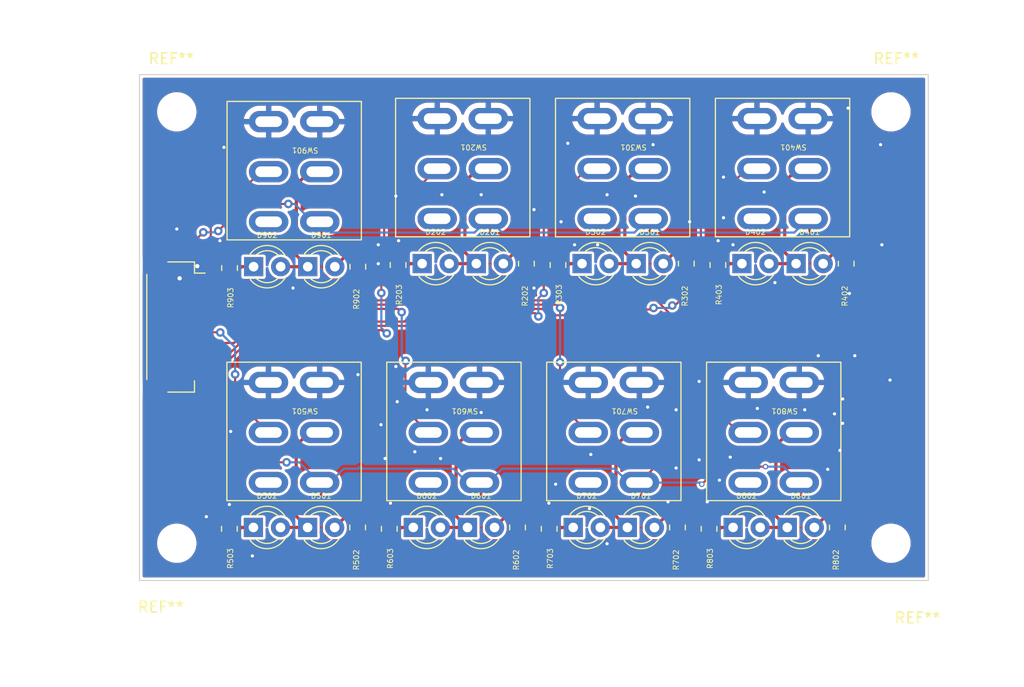
<source format=kicad_pcb>
(kicad_pcb (version 20240108) (generator "pcbnew") (generator_version "8.0")
  (layers (0 "F.Cu" signal) (31 "B.Cu" signal) (34 "B.Paste" user) (35 "F.Paste" user) (36 "B.SilkS" user "B.Silkscreen") (37 "F.SilkS" user "F.Silkscreen") (38 "B.Mask" user) (39 "F.Mask" user) (44 "Edge.Cuts" user))
  (net 0 "")
  (net 1 "+5V")
  (net 2 "GND")
  (net 3 "Net-(D201-A)")
  (net 4 "Net-(D201-K)")
  (net 5 "Net-(D202-K)")
  (net 6 "Net-(D301-A)")
  (net 7 "Net-(D301-K)")
  (net 8 "Net-(D302-K)")
  (net 9 "Net-(D401-A)")
  (net 10 "Net-(D401-K)")
  (net 11 "Net-(D402-K)")
  (net 12 "Net-(D501-A)")
  (net 13 "Net-(D501-K)")
  (net 14 "Net-(D502-K)")
  (net 15 "Net-(D601-A)")
  (net 16 "Net-(D601-K)")
  (net 17 "Net-(D602-K)")
  (net 18 "Net-(D701-A)")
  (net 19 "Net-(D701-K)")
  (net 20 "Net-(D702-K)")
  (net 21 "Net-(D801-K)")
  (net 22 "Net-(D801-A)")
  (net 23 "Net-(D802-K)")
  (net 24 "Net-(D901-K)")
  (net 25 "Net-(D901-A)")
  (net 26 "Net-(D902-K)")
  (net 27 "/switch1/pin")
  (net 28 "/switch2/pin")
  (net 29 "/switch3/pin")
  (net 30 "/switch4/pin")
  (net 31 "/switch5/pin")
  (net 40 "/switch6/pin")
  (net 41 "/switch7/pin")
  (net 42 "/switch8/pin")
  (footprint "custom_kicad_lib_sk:R_0805_handsolder-smalltext" (layer "F.Cu") (at 124.761 78.378 90)
    (property "Reference" "R203")
    (property "Value" "3k3")
  )
  (footprint "LED_THT:LED_D3.0mm" (layer "F.Cu") (at 157.018 78.249)
    (property "Reference" "D402")
    (property "Value" "LED")
  )
  (footprint "LED_THT:LED_D3.0mm" (layer "F.Cu") (at 161.27 103.019)
    (property "Reference" "D801")
    (property "Value" "LED")
  )
  (footprint "custom_kicad_lib_sk:R_0805_handsolder-smalltext" (layer "F.Cu") (at 123.933 103.146 90)
    (property "Reference" "R603")
    (property "Value" "3k3")
  )
  (footprint "LED_THT:LED_D3.0mm" (layer "F.Cu") (at 146.27 103.019)
    (property "Reference" "D701")
    (property "Value" "LED")
  )
  (footprint "LED_THT:LED_D3.0mm" (layer "F.Cu") (at 116.286 78.539)
    (property "Reference" "D901")
    (property "Value" "LED")
  )
  (footprint "LED_THT:LED_D3.0mm" (layer "F.Cu") (at 147.098 78.251)
    (property "Reference" "D301")
    (property "Value" "LED")
  )
  (footprint "MountingHole:MountingHole_3.2mm_M3" (layer "F.Cu") (at 104 64)
    (property "Reference" "REF**")
    (property "Value" "MountingHole_3.2mm_M3")
  )
  (footprint "custom_kicad_lib_sk:R_0805_handsolder-smalltext" (layer "F.Cu") (at 108.933 103.146 90)
    (property "Reference" "R503")
    (property "Value" "3k3")
  )
  (footprint "LED_THT:LED_D3.0mm" (layer "F.Cu") (at 111.206 78.537)
    (property "Reference" "D902")
    (property "Value" "LED")
  )
  (footprint "custom_kicad_lib_sk:R_0805_handsolder-smalltext" (layer "F.Cu") (at 151.797 78.249 90)
    (property "Reference" "R302")
    (property "Value" "3k3")
  )
  (footprint "custom_kicad_lib_sk:MTS_DPDT" (layer "F.Cu") (at 146.428 65.332 90)
    (property "Reference" "SW301")
    (property "Value" "SW_DPDT_x2")
  )
  (footprint "custom_kicad_lib_sk:R_0805_handsolder-smalltext" (layer "F.Cu") (at 108.949 78.666 90)
    (property "Reference" "R903")
    (property "Value" "3k3")
  )
  (footprint "LED_THT:LED_D3.0mm" (layer "F.Cu") (at 127.018 78.249)
    (property "Reference" "D202")
    (property "Value" "LED")
  )
  (footprint "custom_kicad_lib_sk:R_0805_handsolder-smalltext" (layer "F.Cu") (at 120.985 78.537 90)
    (property "Reference" "R902")
    (property "Value" "3k3")
  )
  (footprint "custom_kicad_lib_sk:MTS_DPDT" (layer "F.Cu") (at 130.6 90.1 90)
    (property "Reference" "SW601")
    (property "Value" "SW_DPDT_x2")
  )
  (footprint "LED_THT:LED_D3.0mm" (layer "F.Cu") (at 126.19 103.017)
    (property "Reference" "D602")
    (property "Value" "LED")
  )
  (footprint "LED_THT:LED_D3.0mm" (layer "F.Cu") (at 131.27 103.019)
    (property "Reference" "D601")
    (property "Value" "LED")
  )
  (footprint "LED_THT:LED_D3.0mm" (layer "F.Cu") (at 141.19 103.017)
    (property "Reference" "D702")
    (property "Value" "LED")
  )
  (footprint "custom_kicad_lib_sk:MTS_DPDT" (layer "F.Cu") (at 160.6 90.1 90)
    (property "Reference" "SW801")
    (property "Value" "SW_DPDT_x2")
  )
  (footprint "custom_kicad_lib_sk:MTS_DPDT" (layer "F.Cu") (at 161.428 65.332 90)
    (property "Reference" "SW401")
    (property "Value" "SW_DPDT_x2")
  )
  (footprint "custom_kicad_lib_sk:R_0805_handsolder-smalltext" (layer "F.Cu") (at 153.933 103.146 90)
    (property "Reference" "R803")
    (property "Value" "3k3")
  )
  (footprint "custom_kicad_lib_sk:R_0805_handsolder-smalltext" (layer "F.Cu") (at 138.933 103.146 90)
    (property "Reference" "R703")
    (property "Value" "3k3")
  )
  (footprint "MountingHole:MountingHole_3.2mm_M3" (layer "F.Cu") (at 171 64)
    (property "Reference" "REF**")
    (property "Value" "MountingHole_3.2mm_M3")
  )
  (footprint "custom_kicad_lib_sk:MTS_DPDT" (layer "F.Cu") (at 115.616 65.62 90)
    (property "Reference" "SW901")
    (property "Value" "SW_DPDT_x2")
  )
  (footprint "LED_THT:LED_D3.0mm" (layer "F.Cu") (at 162.098 78.251)
    (property "Reference" "D401")
    (property "Value" "LED")
  )
  (footprint "Connector_JST:JST_SH_SM10B-SRSS-TB_1x10-1MP_P1.00mm_Horizontal" (layer "F.Cu") (at 103.875 84.2 -90)
    (property "Reference" "J101" (hide yes))
    (property "Value" "Conn_01x10_Pin")
  )
  (footprint "custom_kicad_lib_sk:MTS_DPDT" (layer "F.Cu") (at 131.428 65.332 90)
    (property "Reference" "SW201")
    (property "Value" "SW_DPDT_x2")
  )
  (footprint "custom_kicad_lib_sk:R_0805_handsolder-smalltext" (layer "F.Cu") (at 150.969 103.017 90)
    (property "Reference" "R702")
    (property "Value" "3k3")
  )
  (footprint "custom_kicad_lib_sk:R_0805_handsolder-smalltext" (layer "F.Cu") (at 120.969 103.017 90)
    (property "Reference" "R502")
    (property "Value" "3k3")
  )
  (footprint "LED_THT:LED_D3.0mm" (layer "F.Cu") (at 116.27 103.019)
    (property "Reference" "D501")
    (property "Value" "LED")
  )
  (footprint "LED_THT:LED_D3.0mm" (layer "F.Cu") (at 142.018 78.249)
    (property "Reference" "D302")
    (property "Value" "LED")
  )
  (footprint "custom_kicad_lib_sk:R_0805_handsolder-smalltext" (layer "F.Cu") (at 166.797 78.249 90)
    (property "Reference" "R402")
    (property "Value" "3k3")
  )
  (footprint "custom_kicad_lib_sk:R_0805_handsolder-smalltext" (layer "F.Cu") (at 135.969 103.017 90)
    (property "Reference" "R602")
    (property "Value" "3k3")
  )
  (footprint "LED_THT:LED_D3.0mm" (layer "F.Cu") (at 132.098 78.251)
    (property "Reference" "D201")
    (property "Value" "LED")
  )
  (footprint "custom_kicad_lib_sk:R_0805_handsolder-smalltext" (layer "F.Cu") (at 154.761 78.378 90)
    (property "Reference" "R403")
    (property "Value" "3k3")
  )
  (footprint "custom_kicad_lib_sk:MTS_DPDT" (layer "F.Cu") (at 115.6 90.1 90)
    (property "Reference" "SW501")
    (property "Value" "SW_DPDT_x2")
  )
  (footprint "custom_kicad_lib_sk:MTS_DPDT" (layer "F.Cu") (at 145.6 90.1 90)
    (property "Reference" "SW701")
    (property "Value" "SW_DPDT_x2")
  )
  (footprint "custom_kicad_lib_sk:R_0805_handsolder-smalltext" (layer "F.Cu") (at 165.969 103.017 90)
    (property "Reference" "R802")
    (property "Value" "3k3")
  )
  (footprint "MountingHole:MountingHole_3.2mm_M3" (layer "F.Cu") (at 171 104.5)
    (property "Reference" "REF**")
    (property "Value" "MountingHole_3.2mm_M3")
  )
  (footprint "LED_THT:LED_D3.0mm" (layer "F.Cu") (at 111.19 103.017)
    (property "Reference" "D502")
    (property "Value" "LED")
  )
  (footprint "LED_THT:LED_D3.0mm" (layer "F.Cu") (at 156.19 103.017)
    (property "Reference" "D802")
    (property "Value" "LED")
  )
  (footprint "MountingHole:MountingHole_3.2mm_M3" (layer "F.Cu") (at 104 104.5)
    (property "Reference" "REF**")
    (property "Value" "MountingHole_3.2mm_M3")
  )
  (footprint "custom_kicad_lib_sk:R_0805_handsolder-smalltext" (layer "F.Cu") (at 139.761 78.378 90)
    (property "Reference" "R303")
    (property "Value" "3k3")
  )
  (footprint "custom_kicad_lib_sk:R_0805_handsolder-smalltext" (layer "F.Cu") (at 136.797 78.249 90)
    (property "Reference" "R202")
    (property "Value" "3k3")
  )
  (gr_rect (start 100.5 60.5) (end 174.5 108) (stroke (width 0.1)) (fill none) (layer "Edge.Cuts"))
  (segment (start 163.388 78.768767) (end 163.388 74.192) (width 0.3) (layer "F.Cu") (net 1))
  (segment (start 147.4 98.8) (end 149.573 96.627) (width 0.2) (layer "F.Cu") (net 1))
  (segment (start 117.576 79.056767) (end 117.576 74.48) (width 0.3) (layer "F.Cu") (net 1))
  (segment (start 118.292233 104.269) (end 117.56 103.536767) (width 0.3) (layer "F.Cu") (net 1))
  (segment (start 154.907 97.307) (end 153.256 98.958) (width 0.2) (layer "F.Cu") (net 1))
  (segment (start 163.292233 104.269) (end 162.56 103.536767) (width 0.3) (layer "F.Cu") (net 1))
  (segment (start 112.649 96.901) (end 114.3 96.901) (width 0.2) (layer "F.Cu") (net 1))
  (segment (start 136.545 79.501) (end 134.120233 79.501) (width 0.3) (layer "F.Cu") (net 1))
  (segment (start 147.56 103.536767) (end 147.56 98.96) (width 0.3) (layer "F.Cu") (net 1))
  (segment (start 105.875 88.7) (end 104.448 88.7) (width 0.2) (layer "F.Cu") (net 1))
  (segment (start 118.308233 79.789) (end 117.576 79.056767) (width 0.3) (layer "F.Cu") (net 1))
  (segment (start 132.56 103.536767) (end 132.56 98.96) (width 0.3) (layer "F.Cu") (net 1))
  (segment (start 159.225 97.307) (end 154.907 97.307) (width 0.2) (layer "F.Cu") (net 1))
  (segment (start 105.875 88.7) (end 109.61 92.435) (width 0.2) (layer "F.Cu") (net 1))
  (segment (start 109.61 92.435) (end 109.61 93.862) (width 0.2) (layer "F.Cu") (net 1))
  (segment (start 162.56 103.536767) (end 162.56 98.96) (width 0.3) (layer "F.Cu") (net 1))
  (segment (start 148.292233 104.269) (end 147.56 103.536767) (width 0.3) (layer "F.Cu") (net 1))
  (segment (start 103.505 87.757) (end 103.505 78.294) (width 0.2) (layer "F.Cu") (net 1))
  (segment (start 104.448 88.7) (end 103.505 87.757) (width 0.2) (layer "F.Cu") (net 1))
  (segment (start 135.717 104.269) (end 133.292233 104.269) (width 0.3) (layer "F.Cu") (net 1))
  (segment (start 117.56 103.536767) (end 117.56 98.96) (width 0.3) (layer "F.Cu") (net 1))
  (segment (start 149.120233 79.501) (end 148.388 78.768767) (width 0.3) (layer "F.Cu") (net 1))
  (segment (start 110.428 72.644) (end 114.466 72.644) (width 0.2) (layer "F.Cu") (net 1))
  (segment (start 148.388 78.768767) (end 148.388 74.192) (width 0.3) (layer "F.Cu") (net 1))
  (segment (start 120.733 79.789) (end 118.308233 79.789) (width 0.3) (layer "F.Cu") (net 1))
  (segment (start 165.717 104.269) (end 163.292233 104.269) (width 0.3) (layer "F.Cu") (net 1))
  (segment (start 109.61 93.862) (end 112.649 96.901) (width 0.2) (layer "F.Cu") (net 1))
  (segment (start 134.120233 79.501) (end 133.388 78.768767) (width 0.3) (layer "F.Cu") (net 1))
  (segment (start 166.545 79.501) (end 164.120233 79.501) (width 0.3) (layer "F.Cu") (net 1))
  (segment (start 120.717 104.269) (end 118.292233 104.269) (width 0.3) (layer "F.Cu") (net 1))
  (segment (start 151.545 79.501) (end 149.120233 79.501) (width 0.3) (layer "F.Cu") (net 1))
  (segment (start 133.292233 104.269) (end 132.56 103.536767) (width 0.3) (layer "F.Cu") (net 1))
  (segment (start 133.388 78.768767) (end 133.388 74.192) (width 0.3) (layer "F.Cu") (net 1))
  (segment (start 103.505 78.294) (end 106.488 75.311) (width 0.2) (layer "F.Cu") (net 1))
  (segment (start 164.120233 79.501) (end 163.388 78.768767) (width 0.3) (layer "F.Cu") (net 1))
  (segment (start 107.888 75.184) (end 110.428 72.644) (width 0.2) (layer "F.Cu") (net 1))
  (segment (start 150.717 104.269) (end 148.292233 104.269) (width 0.3) (layer "F.Cu") (net 1))
  (via (at 153.256 98.958) (size 0.5) (drill 0.3) (layers "F.Cu" "B.Cu") (net 1))
  (via (at 114.466 72.644) (size 0.8) (drill 0.4) (layers "F.Cu" "B.Cu") (net 1))
  (via (at 159.225 97.307) (size 0.5) (drill 0.3) (layers "F.Cu" "B.Cu") (net 1))
  (via (at 114.3 96.901) (size 0.8) (drill 0.4) (layers "F.Cu" "B.Cu") (net 1))
  (via (at 107.888 75.184) (size 0.8) (drill 0.4) (layers "F.Cu" "B.Cu") (net 1))
  (via (at 106.488 75.311) (size 0.8) (drill 0.4) (layers "F.Cu" "B.Cu") (net 1))
  (segment (start 114.3 96.901) (end 115.501 96.901) (width 0.2) (layer "B.Cu") (net 1))
  (segment (start 129.954 97.5) (end 121.506 97.5) (width 0.2) (layer "B.Cu") (net 1))
  (segment (start 133.228 74.032) (end 131.928 75.332) (width 0.2) (layer "B.Cu") (net 1))
  (segment (start 115.062 72.644) (end 116.738 74.32) (width 0.2) (layer "B.Cu") (net 1))
  (segment (start 146.367 98.8) (end 145.067 97.5) (width 0.2) (layer "B.Cu") (net 1))
  (segment (start 115.501 96.901) (end 117.4 98.8) (width 0.2) (layer "B.Cu") (net 1))
  (segment (start 146.928 75.332) (end 134.528 75.332) (width 0.2) (layer "B.Cu") (net 1))
  (segment (start 120.998 97.5) (end 119.662 97.5) (width 0.2) (layer "B.Cu") (net 1))
  (segment (start 161.928 75.332) (end 149.528 75.332) (width 0.2) (layer "B.Cu") (net 1))
  (segment (start 145.067 97.5) (end 134.521 97.5) (width 0.2) (layer "B.Cu") (net 1))
  (segment (start 162.4 98.8) (end 160.907 97.307) (width 0.2) (layer "B.Cu") (net 1))
  (segment (start 121.252 97.5) (end 120.998 97.5) (width 0.2) (layer "B.Cu") (net 1))
  (segment (start 134.528 75.332) (end 133.228 74.032) (width 0.2) (layer "B.Cu") (net 1))
  (segment (start 131.254 98.8) (end 129.954 97.5) (width 0.2) (layer "B.Cu") (net 1))
  (segment (start 121.252 97.307) (end 121.191 97.307) (width 0.2) (layer "B.Cu") (net 1))
  (segment (start 121.506 97.5) (end 121.445 97.5) (width 0.2) (layer "B.Cu") (net 1))
  (segment (start 107.761 75.311) (end 107.888 75.184) (width 0.2) (layer "B.Cu") (net 1))
  (segment (start 106.488 75.311) (end 107.761 75.311) (width 0.2) (layer "B.Cu") (net 1))
  (segment (start 121.506 97.5) (end 121.252 97.5) (width 0.2) (layer "B.Cu") (net 1))
  (segment (start 119.662 97.5) (end 118.204 98.958) (width 0.2) (layer "B.Cu") (net 1))
  (segment (start 121.191 97.307) (end 120.998 97.5) (width 0.2) (layer "B.Cu") (net 1))
  (segment (start 153.256 98.958) (end 153.098 98.8) (width 0.2) (layer "B.Cu") (net 1))
  (segment (start 121.252 97.307) (end 121.252 97.5) (width 0.2) (layer "B.Cu") (net 1))
  (segment (start 148.228 74.032) (end 146.928 75.332) (width 0.2) (layer "B.Cu") (net 1))
  (segment (start 121.445 97.5) (end 121.252 97.307) (width 0.2) (layer "B.Cu") (net 1))
  (segment (start 163.228 74.032) (end 161.928 75.332) (width 0.2) (layer "B.Cu") (net 1))
  (segment (start 116.738 74.32) (end 117.416 74.32) (width 0.2) (layer "B.Cu") (net 1))
  (segment (start 160.907 97.307) (end 159.225 97.307) (width 0.2) (layer "B.Cu") (net 1))
  (segment (start 118.428 75.332) (end 117.416 74.32) (width 0.2) (layer "B.Cu") (net 1))
  (segment (start 149.528 75.332) (end 148.228 74.032) (width 0.2) (layer "B.Cu") (net 1))
  (segment (start 114.466 72.644) (end 115.062 72.644) (width 0.2) (layer "B.Cu") (net 1))
  (segment (start 131.928 75.332) (end 118.428 75.332) (width 0.2) (layer "B.Cu") (net 1))
  (segment (start 134.521 97.5) (end 133.221 98.8) (width 0.2) (layer "B.Cu") (net 1))
  (segment (start 153.098 98.8) (end 147.4 98.8) (width 0.2) (layer "B.Cu") (net 1))
  (via (at 122.903 78.257) (size 0.5) (drill 0.3) (layers "F.Cu" "B.Cu") (net 2))
  (via (at 104 75) (size 0.5) (drill 0.3) (layers "F.Cu" "B.Cu") (net 2))
  (via (at 127.475 91.973) (size 0.5) (drill 0.3) (layers "F.Cu" "B.Cu") (net 2))
  (via (at 166.21 95.783) (size 0.5) (drill 0.3) (layers "F.Cu" "B.Cu") (net 2))
  (via (at 144.366 71.78) (size 0.5) (drill 0.3) (layers "F.Cu" "B.Cu") (net 2))
  (via (at 170.02 67.081) (size 0.5) (drill 0.3) (layers "F.Cu" "B.Cu") (net 2))
  (via (at 140.048 74.32) (size 0.5) (drill 0.3) (layers "F.Cu" "B.Cu") (net 2))
  (via (at 154.78 76.098) (size 0.5) (drill 0.3) (layers "F.Cu" "B.Cu") (net 2))
  (via (at 111.092 105.689) (size 0.5) (drill 0.3) (layers "F.Cu" "B.Cu") (net 2))
  (via (at 142.715 101.244) (size 0.5) (drill 0.3) (layers "F.Cu" "B.Cu") (net 2))
  (via (at 126.332 95.91) (size 0.5) (drill 0.3) (layers "F.Cu" "B.Cu") (net 2))
  (via (at 153.002 89.306) (size 0.5) (drill 0.3) (layers "F.Cu" "B.Cu") (net 2))
  (via (at 159.098 71.526) (size 0.5) (drill 0.3) (layers "F.Cu" "B.Cu") (net 2))
  (via (at 148.684 67.081) (size 0.5) (drill 0.3) (layers "F.Cu" "B.Cu") (net 2))
  (via (at 141.318 76.479) (size 0.5) (drill 0.3) (layers "F.Cu" "B.Cu") (net 2))
  (via (at 138.905 100.736) (size 0.5) (drill 0.3) (layers "F.Cu" "B.Cu") (net 2))
  (via (at 137.508 80.543) (size 0.5) (drill 0.3) (layers "F.Cu" "B.Cu") (net 2))
  (via (at 123.157 93.37) (size 0.5) (drill 0.3) (layers "F.Cu" "B.Cu") (net 2))
  (via (at 122.903 76.479) (size 0.5) (drill 0.3) (layers "F.Cu" "B.Cu") (net 2))
  (via (at 124.554 87.909) (size 0.5) (drill 0.3) (layers "F.Cu" "B.Cu") (net 2))
  (via (at 120.998 88.671) (size 0.5) (drill 0.3) (layers "F.Cu" "B.Cu") (net 2))
  (via (at 143.477 76.479) (size 0.5) (drill 0.3) (layers "F.Cu" "B.Cu") (net 2))
  (via (at 142.842 96.164) (size 0.5) (drill 0.3) (layers "F.Cu" "B.Cu") (net 2))
  (via (at 162.908 91.973) (size 0.5) (drill 0.3) (layers "F.Cu" "B.Cu") (net 2))
  (via (at 140.683 66.954) (size 0.5) (drill 0.3) (layers "F.Cu" "B.Cu") (net 2))
  (via (at 123.538 96.545) (size 0.5) (drill 0.3) (layers "F.Cu" "B.Cu") (net 2))
  (via (at 155.288 73.939) (size 0.5) (drill 0.3) (layers "F.Cu" "B.Cu") (net 2))
  (via (at 150.081 100.609) (size 0.5) (drill 0.3) (layers "F.Cu" "B.Cu") (net 2))
  (via (at 104.267 79.629) (size 0.8) (drill 0.4) (layers "F.Cu" "B.Cu") (net 2))
  (via (at 132.555 71.78) (size 0.5) (drill 0.3) (layers "F.Cu" "B.Cu") (net 2))
  (via (at 128.872 71.78) (size 0.5) (drill 0.3) (layers "F.Cu" "B.Cu") (net 2))
  (via (at 132.555 92.227) (size 0.5) (drill 0.3) (layers "F.Cu" "B.Cu") (net 2))
  (via (at 164.178 86.893) (size 0.5) (drill 0.3) (layers "F.Cu" "B.Cu") (net 2))
  (via (at 124.046 100.736) (size 0.5) (drill 0.3) (layers "F.Cu" "B.Cu") (net 2))
  (via (at 153.002 96.672) (size 0.5) (drill 0.3) (layers "F.Cu" "B.Cu") (net 2))
  (via (at 124.554 71.907) (size 0.5) (drill 0.3) (layers "F.Cu" "B.Cu") (net 2))
  (via (at 155.923 96.418) (size 0.5) (drill 0.3) (layers "F.Cu" "B.Cu") (net 2))
  (via (at 128.745 96.545) (size 0.5) (drill 0.3) (layers "F.Cu" "B.Cu") (net 2))
  (via (at 114.902 80.543) (size 0.5) (drill 0.3) (layers "F.Cu" "B.Cu") (net 2))
  (via (at 155.288 70.129) (size 0.5) (drill 0.3) (layers "F.Cu" "B.Cu") (net 2))
  (via (at 170.909 89.179) (size 0.5) (drill 0.3) (layers "F.Cu" "B.Cu") (net 2))
  (via (at 139.54 98.958) (size 0.5) (drill 0.3) (layers "F.Cu" "B.Cu") (net 2))
  (via (at 124.808 76.098) (size 0.5) (drill 0.3) (layers "F.Cu" "B.Cu") (net 2))
  (via (at 165.702 92.354) (size 0.5) (drill 0.3) (layers "F.Cu" "B.Cu") (net 2))
  (via (at 160.114 80.035) (size 0.5) (drill 0.3) (layers "F.Cu" "B.Cu") (net 2))
  (via (at 108.044 76.098) (size 0.5) (drill 0.3) (layers "F.Cu" "B.Cu") (net 2))
  (via (at 109.06 94.005) (size 0.5) (drill 0.3) (layers "F.Cu" "B.Cu") (net 2))
  (via (at 166.464 93.243) (size 0.5) (drill 0.3) (layers "F.Cu" "B.Cu") (net 2))
  (via (at 106.774 102.006) (size 0.5) (drill 0.3) (layers "F.Cu" "B.Cu") (net 2))
  (via (at 167.607 86.893) (size 0.5) (drill 0.3) (layers "F.Cu" "B.Cu") (net 2))
  (via (at 165.067 97.561) (size 0.5) (drill 0.3) (layers "F.Cu" "B.Cu") (net 2))
  (via (at 167.099 81.051) (size 0.5) (drill 0.3) (layers "F.Cu" "B.Cu") (net 2))
  (via (at 150.843 91.973) (size 0.5) (drill 0.3) (layers "F.Cu" "B.Cu") (net 2))
  (via (at 147.033 71.907) (size 0.5) (drill 0.3) (layers "F.Cu" "B.Cu") (net 2))
  (via (at 137.508 73.177) (size 0.5) (drill 0.3) (layers "F.Cu" "B.Cu") (net 2))
  (via (at 166.972 63.652) (size 0.5) (drill 0.3) (layers "F.Cu" "B.Cu") (net 2))
  (via (at 108.425 67.335) (size 0.5) (drill 0.3) (layers "F.Cu" "B.Cu") (net 2))
  (via (at 154.907 98.577) (size 0.5) (drill 0.3) (layers "F.Cu" "B.Cu") (net 2))
  (via (at 150.843 97.434) (size 0.5) (drill 0.3) (layers "F.Cu" "B.Cu") (net 2))
  (via (at 105.918 78.486) (size 0.8) (drill 0.4) (layers "F.Cu" "B.Cu") (net 2))
  (via (at 153.764 100.609) (size 0.5) (drill 0.3) (layers "F.Cu" "B.Cu") (net 2))
  (via (at 156.177 76.479) (size 0.5) (drill 0.3) (layers "F.Cu" "B.Cu") (net 2))
  (via (at 170.147 76.479) (size 0.5) (drill 0.3) (layers "F.Cu" "B.Cu") (net 2))
  (via (at 166.464 90.957) (size 0.5) (drill 0.3) (layers "F.Cu" "B.Cu") (net 2))
  (via (at 158.463 91.846) (size 0.5) (drill 0.3) (layers "F.Cu" "B.Cu") (net 2))
  (via (at 148.176 91.719) (size 0.5) (drill 0.3) (layers "F.Cu" "B.Cu") (net 2))
  (via (at 124.681 91.211) (size 0.5) (drill 0.3) (layers "F.Cu" "B.Cu") (net 2))
  (via (at 108.933 100.863) (size 0.5) (drill 0.3) (layers "F.Cu" "B.Cu") (net 2))
  (via (at 144.366 104.546) (size 0.5) (drill 0.3) (layers "F.Cu" "B.Cu") (net 2))
  (via (at 152.113 74.32) (size 0.5) (drill 0.3) (layers "F.Cu" "B.Cu") (net 2))
  (segment (start 135.64 77.249) (end 134.638 78.251) (width 0.3) (layer "F.Cu") (net 3))
  (segment (start 136.797 77.249) (end 135.64 77.249) (width 0.3) (layer "F.Cu") (net 3))
  (segment (start 132.098 78.251) (end 131.028 77.181) (width 0.3) (layer "F.Cu") (net 4))
  (segment (start 131.028 70.556) (end 132.252 69.332) (width 0.3) (layer "F.Cu") (net 4))
  (segment (start 131.028 77.181) (end 131.028 70.556) (width 0.3) (layer "F.Cu") (net 4))
  (segment (start 129.558 78.249) (end 132.096 78.249) (width 0.3) (layer "F.Cu") (net 4))
  (segment (start 125.89 78.249) (end 124.761 79.378) (width 0.3) (layer "F.Cu") (net 5))
  (segment (start 127.018 78.249) (end 125.89 78.249) (width 0.3) (layer "F.Cu") (net 5))
  (segment (start 151.797 77.249) (end 150.64 77.249) (width 0.3) (layer "F.Cu") (net 6))
  (segment (start 150.64 77.249) (end 149.638 78.251) (width 0.3) (layer "F.Cu") (net 6))
  (segment (start 146.028 70.556) (end 147.252 69.332) (width 0.3) (layer "F.Cu") (net 7))
  (segment (start 147.098 78.251) (end 146.028 77.181) (width 0.3) (layer "F.Cu") (net 7))
  (segment (start 144.558 78.249) (end 147.096 78.249) (width 0.3) (layer "F.Cu") (net 7))
  (segment (start 146.028 77.181) (end 146.028 70.556) (width 0.3) (layer "F.Cu") (net 7))
  (segment (start 140.89 78.249) (end 139.761 79.378) (width 0.3) (layer "F.Cu") (net 8))
  (segment (start 142.018 78.249) (end 140.89 78.249) (width 0.3) (layer "F.Cu") (net 8))
  (segment (start 166.797 77.249) (end 165.64 77.249) (width 0.3) (layer "F.Cu") (net 9))
  (segment (start 165.64 77.249) (end 164.638 78.251) (width 0.3) (layer "F.Cu") (net 9))
  (segment (start 162.098 78.251) (end 161.028 77.181) (width 0.3) (layer "F.Cu") (net 10))
  (segment (start 159.558 78.249) (end 162.096 78.249) (width 0.3) (layer "F.Cu") (net 10))
  (segment (start 161.028 77.181) (end 161.028 70.556) (width 0.3) (layer "F.Cu") (net 10))
  (segment (start 161.028 70.556) (end 162.252 69.332) (width 0.3) (layer "F.Cu") (net 10))
  (segment (start 157.018 78.249) (end 155.89 78.249) (width 0.3) (layer "F.Cu") (net 11))
  (segment (start 155.89 78.249) (end 154.761 79.378) (width 0.3) (layer "F.Cu") (net 11))
  (segment (start 120.969 102.017) (end 119.812 102.017) (width 0.3) (layer "F.Cu") (net 12))
  (segment (start 119.812 102.017) (end 118.81 103.019) (width 0.3) (layer "F.Cu") (net 12))
  (segment (start 115.2 95.324) (end 116.424 94.1) (width 0.3) (layer "F.Cu") (net 13))
  (segment (start 116.27 103.019) (end 115.2 101.949) (width 0.3) (layer "F.Cu") (net 13))
  (segment (start 115.2 101.949) (end 115.2 95.324) (width 0.3) (layer "F.Cu") (net 13))
  (segment (start 113.73 103.017) (end 116.268 103.017) (width 0.3) (layer "F.Cu") (net 13))
  (segment (start 110.062 103.017) (end 108.933 104.146) (width 0.3) (layer "F.Cu") (net 14))
  (segment (start 111.19 103.017) (end 110.062 103.017) (width 0.3) (layer "F.Cu") (net 14))
  (segment (start 135.969 102.017) (end 134.812 102.017) (width 0.3) (layer "F.Cu") (net 15))
  (segment (start 134.812 102.017) (end 133.81 103.019) (width 0.3) (layer "F.Cu") (net 15))
  (segment (start 131.27 103.019) (end 130.2 101.949) (width 0.3) (layer "F.Cu") (net 16))
  (segment (start 128.73 103.017) (end 131.268 103.017) (width 0.3) (layer "F.Cu") (net 16))
  (segment (start 130.2 101.949) (end 130.2 95.324) (width 0.3) (layer "F.Cu") (net 16))
  (segment (start 130.2 95.324) (end 131.424 94.1) (width 0.3) (layer "F.Cu") (net 16))
  (segment (start 125.062 103.017) (end 123.933 104.146) (width 0.3) (layer "F.Cu") (net 17))
  (segment (start 126.19 103.017) (end 125.062 103.017) (width 0.3) (layer "F.Cu") (net 17))
  (segment (start 150.969 102.017) (end 149.812 102.017) (width 0.3) (layer "F.Cu") (net 18))
  (segment (start 149.812 102.017) (end 148.81 103.019) (width 0.3) (layer "F.Cu") (net 18))
  (segment (start 146.27 103.019) (end 145.2 101.949) (width 0.3) (layer "F.Cu") (net 19))
  (segment (start 145.2 101.949) (end 145.2 95.324) (width 0.3) (layer "F.Cu") (net 19))
  (segment (start 145.2 95.324) (end 146.424 94.1) (width 0.3) (layer "F.Cu") (net 19))
  (segment (start 143.73 103.017) (end 146.268 103.017) (width 0.3) (layer "F.Cu") (net 19))
  (segment (start 140.062 103.017) (end 138.933 104.146) (width 0.3) (layer "F.Cu") (net 20))
  (segment (start 141.19 103.017) (end 140.062 103.017) (width 0.3) (layer "F.Cu") (net 20))
  (segment (start 160.2 101.949) (end 160.2 95.324) (width 0.3) (layer "F.Cu") (net 21))
  (segment (start 158.73 103.017) (end 161.268 103.017) (width 0.3) (layer "F.Cu") (net 21))
  (segment (start 161.27 103.019) (end 160.2 101.949) (width 0.3) (layer "F.Cu") (net 21))
  (segment (start 160.2 95.324) (end 161.424 94.1) (width 0.3) (layer "F.Cu") (net 21))
  (segment (start 164.812 102.017) (end 163.81 103.019) (width 0.3) (layer "F.Cu") (net 22))
  (segment (start 165.969 102.017) (end 164.812 102.017) (width 0.3) (layer "F.Cu") (net 22))
  (segment (start 155.062 103.017) (end 153.933 104.146) (width 0.3) (layer "F.Cu") (net 23))
  (segment (start 156.19 103.017) (end 155.062 103.017) (width 0.3) (layer "F.Cu") (net 23))
  (segment (start 113.746 78.537) (end 116.284 78.537) (width 0.3) (layer "F.Cu") (net 24))
  (segment (start 115.216 77.469) (end 115.216 70.844) (width 0.3) (layer "F.Cu") (net 24))
  (segment (start 115.216 70.844) (end 116.44 69.62) (width 0.3) (layer "F.Cu") (net 24))
  (segment (start 116.286 78.539) (end 115.216 77.469) (width 0.3) (layer "F.Cu") (net 24))
  (segment (start 119.828 77.537) (end 118.826 78.539) (width 0.3) (layer "F.Cu") (net 25))
  (segment (start 120.985 77.537) (end 119.828 77.537) (width 0.3) (layer "F.Cu") (net 25))
  (segment (start 110.078 78.537) (end 108.949 79.666) (width 0.3) (layer "F.Cu") (net 26))
  (segment (start 111.206 78.537) (end 110.078 78.537) (width 0.3) (layer "F.Cu") (net 26))
  (segment (start 105.875 87.7) (end 108.503371 87.7) (width 0.2) (layer "F.Cu") (net 27))
  (segment (start 123.19 81) (end 123.19 80.137) (width 0.2) (layer "F.Cu") (net 27))
  (segment (start 123.453 74.307) (end 128.428 69.332) (width 0.2) (layer "F.Cu") (net 27))
  (segment (start 123.487 84.582) (end 123.698 84.793) (width 0.2) (layer "F.Cu") (net 27))
  (segment (start 123.19 80.137) (end 123.453 79.874) (width 0.2) (layer "F.Cu") (net 27))
  (segment (start 123.453 79.874) (end 123.453 74.307) (width 0.2) (layer "F.Cu") (net 27))
  (segment (start 123.228 84.493) (end 123.317 84.582) (width 0.2) (layer "F.Cu") (net 27))
  (segment (start 108.503371 87.7) (end 109.337686 86.865685) (width 0.2) (layer "F.Cu") (net 27))
  (segment (start 112.395 84.493) (end 123.228 84.493) (width 0.2) (layer "F.Cu") (net 27))
  (segment (start 109.337686 86.865685) (end 111.710371 84.493) (width 0.2) (layer "F.Cu") (net 27))
  (segment (start 123.317 84.582) (end 123.487 84.582) (width 0.2) (layer "F.Cu") (net 27))
  (segment (start 111.710371 84.493) (end 112.395 84.493) (width 0.2) (layer "F.Cu") (net 27))
  (via (at 123.19 81) (size 0.8) (drill 0.4) (layers "F.Cu" "B.Cu") (net 27))
  (via (at 123.698 84.793) (size 0.8) (drill 0.4) (layers "F.Cu" "B.Cu") (net 27))
  (segment (start 123.698 84.793) (end 123.19 84.285) (width 0.2) (layer "B.Cu") (net 27))
  (segment (start 123.19 84.285) (end 123.19 81) (width 0.2) (layer "B.Cu") (net 27))
  (segment (start 108.937686 86.7) (end 111.544686 84.093) (width 0.2) (layer "F.Cu") (net 28))
  (segment (start 138.43 81) (end 138.43 73.406) (width 0.2) (layer "F.Cu") (net 28))
  (segment (start 126.707686 82.9) (end 137.622 82.9) (width 0.2) (layer "F.Cu") (net 28))
  (segment (start 138.43 73.406) (end 142.504 69.332) (width 0.2) (layer "F.Cu") (net 28))
  (segment (start 105.875 86.7) (end 108.937686 86.7) (width 0.2) (layer "F.Cu") (net 28))
  (segment (start 111.544686 84.093) (end 125.514686 84.093) (width 0.2) (layer "F.Cu") (net 28))
  (segment (start 142.504 69.332) (end 143.428 69.332) (width 0.2) (layer "F.Cu") (net 28))
  (segment (start 125.514686 84.093) (end 126.707686 82.9) (width 0.2) (layer "F.Cu") (net 28))
  (segment (start 137.622 82.9) (end 137.922 83.2) (width 0.2) (layer "F.Cu") (net 28))
  (via (at 138.43 81) (size 0.8) (drill 0.4) (layers "F.Cu" "B.Cu") (net 28))
  (via (at 137.922 83.2) (size 0.8) (drill 0.4) (layers "F.Cu" "B.Cu") (net 28))
  (segment (start 137.922 81.508) (end 138.43 81) (width 0.2) (layer "B.Cu") (net 28))
  (segment (start 137.922 83.2) (end 137.922 81.508) (width 0.2) (layer "B.Cu") (net 28))
  (segment (start 157.49 69.332) (end 158.428 69.332) (width 0.2) (layer "F.Cu") (net 29))
  (segment (start 148.59 82.55) (end 148.730025 82.409975) (width 0.2) (layer "F.Cu") (net 29))
  (segment (start 138.684 82.5) (end 139.284 83.1) (width 0.2) (layer "F.Cu") (net 29))
  (segment (start 139.284 83.1) (end 140.42 83.1) (width 0.2) (layer "F.Cu") (net 29))
  (segment (start 153.162 73.66) (end 157.49 69.332) (width 0.2) (layer "F.Cu") (net 29))
  (segment (start 150.481975 82.182025) (end 150.735975 82.182025) (width 0.2) (layer "F.Cu") (net 29))
  (segment (start 105.875 85.7) (end 109.372 85.7) (width 0.2) (layer "F.Cu") (net 29))
  (segment (start 109.372 85.7) (end 111.379 83.693) (width 0.2) (layer "F.Cu") (net 29))
  (segment (start 140.97 82.55) (end 148.59 82.55) (width 0.2) (layer "F.Cu") (net 29))
  (segment (start 111.379 83.693) (end 125.349 83.693) (width 0.2) (layer "F.Cu") (net 29))
  (segment (start 140.42 83.1) (end 140.97 82.55) (width 0.2) (layer "F.Cu") (net 29))
  (segment (start 153.162 79.756) (end 153.162 73.66) (width 0.2) (layer "F.Cu") (net 29))
  (segment (start 126.542 82.5) (end 138.684 82.5) (width 0.2) (layer "F.Cu") (net 29))
  (segment (start 125.349 83.693) (end 126.542 82.5) (width 0.2) (layer "F.Cu") (net 29))
  (segment (start 150.735975 82.182025) (end 153.162 79.756) (width 0.2) (layer "F.Cu") (net 29))
  (via (at 150.481975 82.182025) (size 0.8) (drill 0.4) (layers "F.Cu" "B.Cu") (net 29))
  (via (at 148.730025 82.409975) (size 0.8) (drill 0.4) (layers "F.Cu" "B.Cu") (net 29))
  (segment (start 148.730025 82.409975) (end 150.254025 82.409975) (width 0.2) (layer "B.Cu") (net 29))
  (segment (start 150.254025 82.409975) (end 150.481975 82.182025) (width 0.2) (layer "B.Cu") (net 29))
  (segment (start 109.474 88.646) (end 109.474 90.974) (width 0.2) (layer "F.Cu") (net 30))
  (segment (start 105.875 84.7) (end 108.068 84.7) (width 0.2) (layer "F.Cu") (net 30))
  (segment (start 109.474 90.974) (end 112.6 94.1) (width 0.2) (layer "F.Cu") (net 30))
  (segment (start 108.068 84.7) (end 108.077 84.709) (width 0.2) (layer "F.Cu") (net 30))
  (via (at 109.474 88.646) (size 0.8) (drill 0.4) (layers "F.Cu" "B.Cu") (net 30))
  (via (at 108.077 84.709) (size 0.8) (drill 0.4) (layers "F.Cu" "B.Cu") (net 30))
  (segment (start 109.474 86.106) (end 109.474 88.646) (width 0.2) (layer "B.Cu") (net 30))
  (segment (start 108.077 84.709) (end 109.474 86.106) (width 0.2) (layer "B.Cu") (net 30))
  (segment (start 125.45 91.95) (end 127.6 94.1) (width 0.2) (layer "F.Cu") (net 31))
  (segment (start 105.875 83.7) (end 107.893 83.7) (width 0.2) (layer "F.Cu") (net 31))
  (segment (start 116.459 82.5) (end 124.795 82.5) (width 0.2) (layer "F.Cu") (net 31))
  (segment (start 125.476 87.376) (end 125.45 87.402) (width 0.2) (layer "F.Cu") (net 31))
  (segment (start 124.795 82.5) (end 125.095 82.8) (width 0.2) (layer "F.Cu") (net 31))
  (segment (start 125.45 87.402) (end 125.45 91.95) (width 0.2) (layer "F.Cu") (net 31))
  (segment (start 109.093 82.5) (end 116.459 82.5) (width 0.2) (layer "F.Cu") (net 31))
  (segment (start 107.893 83.7) (end 109.093 82.5) (width 0.2) (layer "F.Cu") (net 31))
  (via (at 125.476 87.376) (size 0.8) (drill 0.4) (layers "F.Cu" "B.Cu") (net 31))
  (via (at 125.095 82.8) (size 0.8) (drill 0.4) (layers "F.Cu" "B.Cu") (net 31))
  (segment (start 125.104 87.004) (end 125.476 87.376) (width 0.2) (layer "B.Cu") (net 31))
  (segment (start 125.095 82.8) (end 125.104 82.809) (width 0.2) (layer "B.Cu") (net 31))
  (segment (start 125.104 82.809) (end 125.104 87.004) (width 0.2) (layer "B.Cu") (net 31))
  (segment (start 139.954 87.503) (end 139.954 91.454) (width 0.2) (layer "F.Cu") (net 40))
  (segment (start 105.875 82.7) (end 107.858 82.7) (width 0.2) (layer "F.Cu") (net 40))
  (segment (start 121.666 82.1) (end 139.654 82.1) (width 0.2) (layer "F.Cu") (net 40))
  (segment (start 107.858 82.7) (end 108.458 82.1) (width 0.2) (layer "F.Cu") (net 40))
  (segment (start 139.954 91.454) (end 142.6 94.1) (width 0.2) (layer "F.Cu") (net 40))
  (segment (start 139.654 82.1) (end 139.954 82.4) (width 0.2) (layer "F.Cu") (net 40))
  (segment (start 108.458 82.1) (end 121.666 82.1) (width 0.2) (layer "F.Cu") (net 40))
  (via (at 139.954 87.503) (size 0.8) (drill 0.4) (layers "F.Cu" "B.Cu") (net 40))
  (via (at 139.954 82.4) (size 0.8) (drill 0.4) (layers "F.Cu" "B.Cu") (net 40))
  (segment (start 139.954 82.4) (end 139.954 87.503) (width 0.2) (layer "B.Cu") (net 40))
  (segment (start 149.01 81.7) (end 154.432 87.122) (width 0.2) (layer "F.Cu") (net 41))
  (segment (start 156.711 94.1) (end 157.6 94.1) (width 0.2) (layer "F.Cu") (net 41))
  (segment (start 154.432 91.821) (end 156.711 94.1) (width 0.2) (layer "F.Cu") (net 41))
  (segment (start 154.432 87.122) (end 154.432 91.821) (width 0.2) (layer "F.Cu") (net 41))
  (segment (start 105.875 81.7) (end 149.01 81.7) (width 0.2) (layer "F.Cu") (net 41))
  (segment (start 107.188 80.161999) (end 107.188 74.295) (width 0.2) (layer "F.Cu") (net 42))
  (segment (start 106.649999 80.7) (end 107.188 80.161999) (width 0.2) (layer "F.Cu") (net 42))
  (segment (start 107.188 74.295) (end 111.863 69.62) (width 0.2) (layer "F.Cu") (net 42))
  (segment (start 105.875 80.7) (end 106.649999 80.7) (width 0.2) (layer "F.Cu") (net 42))
  (segment (start 111.863 69.62) (end 112.616 69.62) (width 0.2) (layer "F.Cu") (net 42))
  (zone (net 2) (net_name "GND") (layers "F&B.Cu") (connect_pads (clearance 0.25)) (min_thickness 0.25) (fill yes (thermal_gap 0.5) (thermal_bridge_width 0.5))
    (polygon (pts (xy 183.5 58.5) (xy 183 117.5) (xy 95.5 118) (xy 97.5 53.5)))
  )
)
</source>
